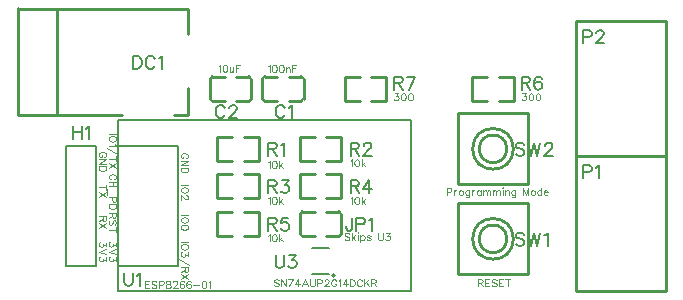
<source format=gto>
G04 Layer: TopSilkLayer*
G04 EasyEDA v6.3.53, 2020-07-05T11:12:03+02:00*
G04 cde15f3eeb0949078ea0d990088cac7f,f7dd187871414131b8e6a9aac608ee48,10*
G04 Gerber Generator version 0.2*
G04 Scale: 100 percent, Rotated: No, Reflected: No *
G04 Dimensions in millimeters *
G04 leading zeros omitted , absolute positions ,3 integer and 3 decimal *
%FSLAX33Y33*%
%MOMM*%
G90*
G71D02*

%ADD10C,0.254000*%
%ADD30C,0.200000*%
%ADD31C,0.127000*%
%ADD32C,0.203200*%
%ADD33C,0.202999*%
%ADD34C,0.076200*%
%ADD35C,0.152400*%

%LPD*%
G54D10*
G01X-3408Y23942D02*
G01X10999Y23942D01*
G01X-3408Y23950D02*
G01X-3408Y14950D01*
G01X-127Y23942D02*
G01X-127Y14942D01*
G01X10999Y23942D02*
G01X10999Y21762D01*
G01X10999Y17231D02*
G01X10999Y14950D01*
G01X-3408Y14950D02*
G01X5399Y14950D01*
G01X9839Y14950D02*
G01X10999Y14950D01*
G01X16355Y17945D02*
G01X16355Y16345D01*
G01X12854Y17945D02*
G01X12854Y16344D01*
G01X15104Y16104D02*
G01X16154Y16104D01*
G01X15104Y18185D02*
G01X16154Y18185D01*
G01X14105Y16104D02*
G01X13055Y16104D01*
G01X14105Y18185D02*
G01X13055Y18185D01*
G01X12854Y17964D02*
G01X12854Y17945D01*
G01X12854Y17984D02*
G01X12854Y17945D01*
G01X12854Y16305D02*
G01X12854Y16344D01*
G01X16355Y17984D02*
G01X16355Y17945D01*
G01X16355Y16305D02*
G01X16355Y16345D01*
G01X17299Y16344D02*
G01X17299Y17944D01*
G01X20800Y16344D02*
G01X20800Y17945D01*
G01X18550Y18185D02*
G01X17500Y18185D01*
G01X18550Y16104D02*
G01X17500Y16104D01*
G01X19549Y18185D02*
G01X20599Y18185D01*
G01X19549Y16104D02*
G01X20599Y16104D01*
G01X20800Y16325D02*
G01X20800Y16344D01*
G01X20800Y16305D02*
G01X20800Y16344D01*
G01X20800Y17984D02*
G01X20800Y17945D01*
G01X17299Y16305D02*
G01X17299Y16344D01*
G01X17299Y17984D02*
G01X17299Y17944D01*
G54D30*
G01X21525Y1440D02*
G01X22924Y1440D01*
G01X21525Y3639D02*
G01X22924Y3639D01*
G54D10*
G01X37329Y16125D02*
G01X38580Y16125D01*
G01X37329Y18164D02*
G01X38580Y18164D01*
G01X36330Y16125D02*
G01X35079Y16125D01*
G01X36330Y18164D02*
G01X35079Y18164D01*
G01X38580Y16125D02*
G01X38580Y18164D01*
G01X35079Y16125D02*
G01X35079Y18164D01*
G01X26534Y16125D02*
G01X27785Y16125D01*
G01X26534Y18164D02*
G01X27785Y18164D01*
G01X25535Y16125D02*
G01X24284Y16125D01*
G01X25535Y18164D02*
G01X24284Y18164D01*
G01X27785Y16125D02*
G01X27785Y18164D01*
G01X24284Y16125D02*
G01X24284Y18164D01*
G01X14740Y13084D02*
G01X13489Y13084D01*
G01X14740Y11045D02*
G01X13489Y11045D01*
G01X15739Y13084D02*
G01X16990Y13084D01*
G01X15739Y11045D02*
G01X16990Y11045D01*
G01X13489Y13084D02*
G01X13489Y11045D01*
G01X16990Y13084D02*
G01X16990Y11045D01*
G01X21725Y13084D02*
G01X20474Y13084D01*
G01X21725Y11045D02*
G01X20474Y11045D01*
G01X22724Y13084D02*
G01X23975Y13084D01*
G01X22724Y11045D02*
G01X23975Y11045D01*
G01X20474Y13084D02*
G01X20474Y11045D01*
G01X23975Y13084D02*
G01X23975Y11045D01*
G01X14740Y9909D02*
G01X13489Y9909D01*
G01X14740Y7870D02*
G01X13489Y7870D01*
G01X15739Y9909D02*
G01X16990Y9909D01*
G01X15739Y7870D02*
G01X16990Y7870D01*
G01X13489Y9909D02*
G01X13489Y7870D01*
G01X16990Y9909D02*
G01X16990Y7870D01*
G01X21725Y9909D02*
G01X20474Y9909D01*
G01X21725Y7870D02*
G01X20474Y7870D01*
G01X22724Y9909D02*
G01X23975Y9909D01*
G01X22724Y7870D02*
G01X23975Y7870D01*
G01X20474Y9909D02*
G01X20474Y7870D01*
G01X23975Y9909D02*
G01X23975Y7870D01*
G01X14740Y6734D02*
G01X13489Y6734D01*
G01X14740Y4695D02*
G01X13489Y4695D01*
G01X15739Y6734D02*
G01X16990Y6734D01*
G01X15739Y4695D02*
G01X16990Y4695D01*
G01X13489Y6734D02*
G01X13489Y4695D01*
G01X16990Y6734D02*
G01X16990Y4695D01*
G54D31*
G01X5080Y14478D02*
G01X5080Y0D01*
G01X5080Y14478D02*
G01X29845Y14478D01*
G01X5080Y0D02*
G01X29845Y0D01*
G01X29845Y14478D01*
G01X8128Y12319D02*
G01X9652Y12319D01*
G01X10160Y12319D01*
G01X10160Y11811D01*
G01X10160Y10287D01*
G01X10160Y9271D01*
G01X10160Y7747D01*
G01X10160Y6731D01*
G01X10160Y5207D01*
G01X10160Y4191D01*
G01X10160Y2667D01*
G01X10160Y2159D01*
G01X9652Y2159D01*
G01X8128Y2159D01*
G01X7112Y2159D01*
G01X5588Y2159D01*
G01X5080Y2159D01*
G01X5080Y2667D01*
G01X5080Y4191D01*
G01X5080Y5207D01*
G01X5080Y6731D01*
G01X5080Y7747D01*
G01X5080Y9271D01*
G01X5080Y10287D01*
G01X5080Y11811D01*
G01X5080Y12319D01*
G01X5588Y12319D01*
G01X7112Y12319D01*
G01X8128Y12319D01*
G01X8382Y12319D01*
G54D10*
G01X43815Y11430D02*
G01X43815Y0D01*
G01X51435Y0D01*
G01X51435Y11430D01*
G01X43815Y11430D01*
G01X43815Y22860D02*
G01X43815Y11430D01*
G01X51435Y11430D01*
G01X51435Y22860D01*
G01X43815Y22860D01*
G01X33830Y7444D02*
G01X39829Y7444D01*
G01X33830Y1445D02*
G01X39829Y1445D01*
G01X33830Y7444D02*
G01X33830Y1445D01*
G01X39829Y7444D02*
G01X39829Y1445D01*
G01X33830Y15064D02*
G01X39829Y15064D01*
G01X33830Y9065D02*
G01X39829Y9065D01*
G01X33830Y15064D02*
G01X33830Y9065D01*
G01X39829Y15064D02*
G01X39829Y9065D01*
G01X20474Y4914D02*
G01X20474Y6514D01*
G01X23975Y4914D02*
G01X23975Y6515D01*
G01X21725Y6755D02*
G01X20675Y6755D01*
G01X21725Y4674D02*
G01X20675Y4674D01*
G01X22724Y6755D02*
G01X23774Y6755D01*
G01X22724Y4674D02*
G01X23774Y4674D01*
G01X23975Y4895D02*
G01X23975Y4914D01*
G01X23975Y4875D02*
G01X23975Y4914D01*
G01X23975Y6554D02*
G01X23975Y6515D01*
G01X20474Y4875D02*
G01X20474Y4914D01*
G01X20474Y6554D02*
G01X20474Y6514D01*
G54D32*
G01X635Y12319D02*
G01X3175Y12319D01*
G01X3175Y2159D01*
G01X635Y2159D01*
G01X635Y4064D01*
G54D33*
G01X635Y12319D02*
G01X635Y4064D01*
G54D34*
G01X17780Y19067D02*
G01X17837Y19096D01*
G01X17924Y19182D01*
G01X17924Y18576D01*
G01X18288Y19182D02*
G01X18201Y19153D01*
G01X18143Y19067D01*
G01X18114Y18923D01*
G01X18114Y18836D01*
G01X18143Y18692D01*
G01X18201Y18605D01*
G01X18288Y18576D01*
G01X18345Y18576D01*
G01X18432Y18605D01*
G01X18490Y18692D01*
G01X18518Y18836D01*
G01X18518Y18923D01*
G01X18490Y19067D01*
G01X18432Y19153D01*
G01X18345Y19182D01*
G01X18288Y19182D01*
G01X18882Y19182D02*
G01X18796Y19153D01*
G01X18738Y19067D01*
G01X18709Y18923D01*
G01X18709Y18836D01*
G01X18738Y18692D01*
G01X18796Y18605D01*
G01X18882Y18576D01*
G01X18940Y18576D01*
G01X19026Y18605D01*
G01X19084Y18692D01*
G01X19113Y18836D01*
G01X19113Y18923D01*
G01X19084Y19067D01*
G01X19026Y19153D01*
G01X18940Y19182D01*
G01X18882Y19182D01*
G01X19304Y18980D02*
G01X19304Y18576D01*
G01X19304Y18865D02*
G01X19390Y18951D01*
G01X19448Y18980D01*
G01X19534Y18980D01*
G01X19592Y18951D01*
G01X19621Y18865D01*
G01X19621Y18576D01*
G01X19812Y19182D02*
G01X19812Y18576D01*
G01X19812Y19182D02*
G01X20187Y19182D01*
G01X19812Y18894D02*
G01X20042Y18894D01*
G01X13604Y19075D02*
G01X13662Y19103D01*
G01X13749Y19189D01*
G01X13749Y18585D01*
G01X14112Y19189D02*
G01X14025Y19161D01*
G01X13967Y19075D01*
G01X13939Y18930D01*
G01X13939Y18844D01*
G01X13967Y18699D01*
G01X14025Y18613D01*
G01X14112Y18585D01*
G01X14170Y18585D01*
G01X14257Y18613D01*
G01X14315Y18699D01*
G01X14343Y18844D01*
G01X14343Y18930D01*
G01X14315Y19075D01*
G01X14257Y19161D01*
G01X14170Y19189D01*
G01X14112Y19189D01*
G01X14533Y18989D02*
G01X14533Y18699D01*
G01X14561Y18613D01*
G01X14620Y18585D01*
G01X14706Y18585D01*
G01X14765Y18613D01*
G01X14851Y18699D01*
G01X14851Y18989D02*
G01X14851Y18585D01*
G01X15041Y19189D02*
G01X15041Y18585D01*
G01X15041Y19189D02*
G01X15417Y19189D01*
G01X15041Y18902D02*
G01X15273Y18902D01*
G01X17780Y10939D02*
G01X17838Y10967D01*
G01X17924Y11054D01*
G01X17924Y10449D01*
G01X18288Y11054D02*
G01X18201Y11026D01*
G01X18143Y10939D01*
G01X18115Y10795D01*
G01X18115Y10708D01*
G01X18143Y10563D01*
G01X18201Y10477D01*
G01X18288Y10449D01*
G01X18346Y10449D01*
G01X18432Y10477D01*
G01X18491Y10563D01*
G01X18519Y10708D01*
G01X18519Y10795D01*
G01X18491Y10939D01*
G01X18432Y11026D01*
G01X18346Y11054D01*
G01X18288Y11054D01*
G01X18709Y11054D02*
G01X18709Y10449D01*
G01X18999Y10853D02*
G01X18709Y10563D01*
G01X18823Y10680D02*
G01X19027Y10449D01*
G01X17780Y7891D02*
G01X17838Y7919D01*
G01X17924Y8006D01*
G01X17924Y7401D01*
G01X18288Y8006D02*
G01X18201Y7978D01*
G01X18143Y7891D01*
G01X18115Y7747D01*
G01X18115Y7660D01*
G01X18143Y7515D01*
G01X18201Y7429D01*
G01X18288Y7401D01*
G01X18346Y7401D01*
G01X18432Y7429D01*
G01X18491Y7515D01*
G01X18519Y7660D01*
G01X18519Y7747D01*
G01X18491Y7891D01*
G01X18432Y7978D01*
G01X18346Y8006D01*
G01X18288Y8006D01*
G01X18709Y8006D02*
G01X18709Y7401D01*
G01X18999Y7805D02*
G01X18709Y7515D01*
G01X18823Y7632D02*
G01X19027Y7401D01*
G01X17780Y4716D02*
G01X17838Y4744D01*
G01X17924Y4831D01*
G01X17924Y4226D01*
G01X18288Y4831D02*
G01X18201Y4803D01*
G01X18143Y4716D01*
G01X18115Y4572D01*
G01X18115Y4485D01*
G01X18143Y4340D01*
G01X18201Y4254D01*
G01X18288Y4226D01*
G01X18346Y4226D01*
G01X18432Y4254D01*
G01X18491Y4340D01*
G01X18519Y4485D01*
G01X18519Y4572D01*
G01X18491Y4716D01*
G01X18432Y4803D01*
G01X18346Y4831D01*
G01X18288Y4831D01*
G01X18709Y4831D02*
G01X18709Y4226D01*
G01X18999Y4630D02*
G01X18709Y4340D01*
G01X18823Y4457D02*
G01X19027Y4226D01*
G01X24765Y11066D02*
G01X24823Y11094D01*
G01X24909Y11181D01*
G01X24909Y10576D01*
G01X25273Y11181D02*
G01X25186Y11153D01*
G01X25128Y11066D01*
G01X25100Y10922D01*
G01X25100Y10835D01*
G01X25128Y10690D01*
G01X25186Y10604D01*
G01X25273Y10576D01*
G01X25331Y10576D01*
G01X25417Y10604D01*
G01X25476Y10690D01*
G01X25504Y10835D01*
G01X25504Y10922D01*
G01X25476Y11066D01*
G01X25417Y11153D01*
G01X25331Y11181D01*
G01X25273Y11181D01*
G01X25694Y11181D02*
G01X25694Y10576D01*
G01X25984Y10980D02*
G01X25694Y10690D01*
G01X25808Y10807D02*
G01X26012Y10576D01*
G01X24765Y7891D02*
G01X24823Y7919D01*
G01X24909Y8006D01*
G01X24909Y7401D01*
G01X25273Y8006D02*
G01X25186Y7978D01*
G01X25128Y7891D01*
G01X25100Y7747D01*
G01X25100Y7660D01*
G01X25128Y7515D01*
G01X25186Y7429D01*
G01X25273Y7401D01*
G01X25331Y7401D01*
G01X25417Y7429D01*
G01X25476Y7515D01*
G01X25504Y7660D01*
G01X25504Y7747D01*
G01X25476Y7891D01*
G01X25417Y7978D01*
G01X25331Y8006D01*
G01X25273Y8006D01*
G01X25694Y8006D02*
G01X25694Y7401D01*
G01X25984Y7805D02*
G01X25694Y7515D01*
G01X25808Y7632D02*
G01X26012Y7401D01*
G01X18690Y934D02*
G01X18634Y993D01*
G01X18548Y1021D01*
G01X18431Y1021D01*
G01X18345Y993D01*
G01X18286Y934D01*
G01X18286Y876D01*
G01X18317Y820D01*
G01X18345Y789D01*
G01X18403Y762D01*
G01X18576Y703D01*
G01X18634Y675D01*
G01X18662Y647D01*
G01X18690Y589D01*
G01X18690Y502D01*
G01X18634Y444D01*
G01X18548Y416D01*
G01X18431Y416D01*
G01X18345Y444D01*
G01X18286Y502D01*
G01X18881Y1021D02*
G01X18881Y416D01*
G01X18881Y1021D02*
G01X19287Y416D01*
G01X19287Y1021D02*
G01X19287Y416D01*
G01X19882Y1021D02*
G01X19592Y416D01*
G01X19478Y1021D02*
G01X19882Y1021D01*
G01X20359Y1021D02*
G01X20072Y617D01*
G01X20504Y617D01*
G01X20359Y1021D02*
G01X20359Y416D01*
G01X20926Y1021D02*
G01X20694Y416D01*
G01X20926Y1021D02*
G01X21157Y416D01*
G01X20781Y617D02*
G01X21070Y617D01*
G01X21347Y1021D02*
G01X21347Y589D01*
G01X21375Y502D01*
G01X21434Y444D01*
G01X21520Y416D01*
G01X21578Y416D01*
G01X21665Y444D01*
G01X21723Y502D01*
G01X21751Y589D01*
G01X21751Y1021D01*
G01X21942Y1021D02*
G01X21942Y416D01*
G01X21942Y1021D02*
G01X22201Y1021D01*
G01X22287Y993D01*
G01X22317Y965D01*
G01X22345Y906D01*
G01X22345Y820D01*
G01X22317Y762D01*
G01X22287Y734D01*
G01X22201Y703D01*
G01X21942Y703D01*
G01X22564Y876D02*
G01X22564Y906D01*
G01X22594Y965D01*
G01X22622Y993D01*
G01X22681Y1021D01*
G01X22795Y1021D01*
G01X22853Y993D01*
G01X22881Y965D01*
G01X22912Y906D01*
G01X22912Y848D01*
G01X22881Y789D01*
G01X22825Y703D01*
G01X22536Y416D01*
G01X22940Y416D01*
G01X23565Y876D02*
G01X23534Y934D01*
G01X23478Y993D01*
G01X23420Y1021D01*
G01X23303Y1021D01*
G01X23247Y993D01*
G01X23189Y934D01*
G01X23161Y876D01*
G01X23130Y789D01*
G01X23130Y647D01*
G01X23161Y558D01*
G01X23189Y502D01*
G01X23247Y444D01*
G01X23303Y416D01*
G01X23420Y416D01*
G01X23478Y444D01*
G01X23534Y502D01*
G01X23565Y558D01*
G01X23565Y647D01*
G01X23420Y647D02*
G01X23565Y647D01*
G01X23755Y906D02*
G01X23811Y934D01*
G01X23897Y1021D01*
G01X23897Y416D01*
G01X24377Y1021D02*
G01X24088Y617D01*
G01X24522Y617D01*
G01X24377Y1021D02*
G01X24377Y416D01*
G01X24713Y1021D02*
G01X24713Y416D01*
G01X24713Y1021D02*
G01X24913Y1021D01*
G01X25002Y993D01*
G01X25058Y934D01*
G01X25089Y876D01*
G01X25117Y789D01*
G01X25117Y647D01*
G01X25089Y558D01*
G01X25058Y502D01*
G01X25002Y444D01*
G01X24913Y416D01*
G01X24713Y416D01*
G01X25739Y876D02*
G01X25711Y934D01*
G01X25652Y993D01*
G01X25597Y1021D01*
G01X25480Y1021D01*
G01X25421Y993D01*
G01X25365Y934D01*
G01X25335Y876D01*
G01X25307Y789D01*
G01X25307Y647D01*
G01X25335Y558D01*
G01X25365Y502D01*
G01X25421Y444D01*
G01X25480Y416D01*
G01X25597Y416D01*
G01X25652Y444D01*
G01X25711Y502D01*
G01X25739Y558D01*
G01X25929Y1021D02*
G01X25929Y416D01*
G01X26336Y1021D02*
G01X25929Y617D01*
G01X26074Y762D02*
G01X26336Y416D01*
G01X26526Y1021D02*
G01X26526Y416D01*
G01X26526Y1021D02*
G01X26785Y1021D01*
G01X26872Y993D01*
G01X26900Y965D01*
G01X26930Y906D01*
G01X26930Y848D01*
G01X26900Y789D01*
G01X26872Y762D01*
G01X26785Y734D01*
G01X26526Y734D01*
G01X26727Y734D02*
G01X26930Y416D01*
G01X7366Y894D02*
G01X7366Y289D01*
G01X7366Y894D02*
G01X7741Y894D01*
G01X7366Y607D02*
G01X7597Y607D01*
G01X7366Y289D02*
G01X7741Y289D01*
G01X8336Y807D02*
G01X8277Y866D01*
G01X8191Y894D01*
G01X8077Y894D01*
G01X7988Y866D01*
G01X7932Y807D01*
G01X7932Y749D01*
G01X7960Y693D01*
G01X7988Y662D01*
G01X8046Y635D01*
G01X8219Y576D01*
G01X8277Y548D01*
G01X8305Y520D01*
G01X8336Y462D01*
G01X8336Y375D01*
G01X8277Y317D01*
G01X8191Y289D01*
G01X8077Y289D01*
G01X7988Y317D01*
G01X7932Y375D01*
G01X8526Y894D02*
G01X8526Y289D01*
G01X8526Y894D02*
G01X8785Y894D01*
G01X8872Y866D01*
G01X8902Y838D01*
G01X8930Y779D01*
G01X8930Y693D01*
G01X8902Y635D01*
G01X8872Y607D01*
G01X8785Y576D01*
G01X8526Y576D01*
G01X9265Y894D02*
G01X9179Y866D01*
G01X9149Y807D01*
G01X9149Y749D01*
G01X9179Y693D01*
G01X9235Y662D01*
G01X9352Y635D01*
G01X9438Y607D01*
G01X9497Y548D01*
G01X9525Y490D01*
G01X9525Y403D01*
G01X9497Y345D01*
G01X9466Y317D01*
G01X9380Y289D01*
G01X9265Y289D01*
G01X9179Y317D01*
G01X9149Y345D01*
G01X9121Y403D01*
G01X9121Y490D01*
G01X9149Y548D01*
G01X9207Y607D01*
G01X9293Y635D01*
G01X9410Y662D01*
G01X9466Y693D01*
G01X9497Y749D01*
G01X9497Y807D01*
G01X9466Y866D01*
G01X9380Y894D01*
G01X9265Y894D01*
G01X9743Y749D02*
G01X9743Y779D01*
G01X9773Y838D01*
G01X9801Y866D01*
G01X9860Y894D01*
G01X9974Y894D01*
G01X10033Y866D01*
G01X10060Y838D01*
G01X10091Y779D01*
G01X10091Y721D01*
G01X10060Y662D01*
G01X10005Y576D01*
G01X9715Y289D01*
G01X10119Y289D01*
G01X10655Y807D02*
G01X10627Y866D01*
G01X10541Y894D01*
G01X10482Y894D01*
G01X10396Y866D01*
G01X10337Y779D01*
G01X10309Y635D01*
G01X10309Y490D01*
G01X10337Y375D01*
G01X10396Y317D01*
G01X10482Y289D01*
G01X10513Y289D01*
G01X10599Y317D01*
G01X10655Y375D01*
G01X10685Y462D01*
G01X10685Y490D01*
G01X10655Y576D01*
G01X10599Y635D01*
G01X10513Y662D01*
G01X10482Y662D01*
G01X10396Y635D01*
G01X10337Y576D01*
G01X10309Y490D01*
G01X11221Y807D02*
G01X11193Y866D01*
G01X11107Y894D01*
G01X11049Y894D01*
G01X10962Y866D01*
G01X10904Y779D01*
G01X10876Y635D01*
G01X10876Y490D01*
G01X10904Y375D01*
G01X10962Y317D01*
G01X11049Y289D01*
G01X11076Y289D01*
G01X11163Y317D01*
G01X11221Y375D01*
G01X11252Y462D01*
G01X11252Y490D01*
G01X11221Y576D01*
G01X11163Y635D01*
G01X11076Y662D01*
G01X11049Y662D01*
G01X10962Y635D01*
G01X10904Y576D01*
G01X10876Y490D01*
G01X11442Y548D02*
G01X11960Y548D01*
G01X12324Y894D02*
G01X12237Y866D01*
G01X12179Y779D01*
G01X12151Y635D01*
G01X12151Y548D01*
G01X12179Y403D01*
G01X12237Y317D01*
G01X12324Y289D01*
G01X12382Y289D01*
G01X12468Y317D01*
G01X12527Y403D01*
G01X12555Y548D01*
G01X12555Y635D01*
G01X12527Y779D01*
G01X12468Y866D01*
G01X12382Y894D01*
G01X12324Y894D01*
G01X12745Y779D02*
G01X12804Y807D01*
G01X12890Y894D01*
G01X12890Y289D01*
G01X39301Y16769D02*
G01X39618Y16769D01*
G01X39446Y16537D01*
G01X39532Y16537D01*
G01X39588Y16510D01*
G01X39618Y16482D01*
G01X39646Y16395D01*
G01X39646Y16337D01*
G01X39618Y16250D01*
G01X39560Y16192D01*
G01X39474Y16164D01*
G01X39387Y16164D01*
G01X39301Y16192D01*
G01X39270Y16220D01*
G01X39243Y16278D01*
G01X40010Y16769D02*
G01X39923Y16741D01*
G01X39865Y16654D01*
G01X39837Y16510D01*
G01X39837Y16423D01*
G01X39865Y16278D01*
G01X39923Y16192D01*
G01X40010Y16164D01*
G01X40068Y16164D01*
G01X40154Y16192D01*
G01X40213Y16278D01*
G01X40241Y16423D01*
G01X40241Y16510D01*
G01X40213Y16654D01*
G01X40154Y16741D01*
G01X40068Y16769D01*
G01X40010Y16769D01*
G01X40604Y16769D02*
G01X40518Y16741D01*
G01X40462Y16654D01*
G01X40431Y16510D01*
G01X40431Y16423D01*
G01X40462Y16278D01*
G01X40518Y16192D01*
G01X40604Y16164D01*
G01X40662Y16164D01*
G01X40749Y16192D01*
G01X40807Y16278D01*
G01X40835Y16423D01*
G01X40835Y16510D01*
G01X40807Y16654D01*
G01X40749Y16741D01*
G01X40662Y16769D01*
G01X40604Y16769D01*
G01X28506Y16769D02*
G01X28823Y16769D01*
G01X28651Y16537D01*
G01X28737Y16537D01*
G01X28793Y16510D01*
G01X28823Y16482D01*
G01X28851Y16395D01*
G01X28851Y16337D01*
G01X28823Y16250D01*
G01X28765Y16192D01*
G01X28679Y16164D01*
G01X28592Y16164D01*
G01X28506Y16192D01*
G01X28475Y16220D01*
G01X28448Y16278D01*
G01X29215Y16769D02*
G01X29128Y16741D01*
G01X29070Y16654D01*
G01X29042Y16510D01*
G01X29042Y16423D01*
G01X29070Y16278D01*
G01X29128Y16192D01*
G01X29215Y16164D01*
G01X29273Y16164D01*
G01X29359Y16192D01*
G01X29418Y16278D01*
G01X29446Y16423D01*
G01X29446Y16510D01*
G01X29418Y16654D01*
G01X29359Y16741D01*
G01X29273Y16769D01*
G01X29215Y16769D01*
G01X29809Y16769D02*
G01X29723Y16741D01*
G01X29667Y16654D01*
G01X29636Y16510D01*
G01X29636Y16423D01*
G01X29667Y16278D01*
G01X29723Y16192D01*
G01X29809Y16164D01*
G01X29867Y16164D01*
G01X29954Y16192D01*
G01X30012Y16278D01*
G01X30040Y16423D01*
G01X30040Y16510D01*
G01X30012Y16654D01*
G01X29954Y16741D01*
G01X29867Y16769D01*
G01X29809Y16769D01*
G01X35560Y1021D02*
G01X35560Y416D01*
G01X35560Y1021D02*
G01X35819Y1021D01*
G01X35905Y993D01*
G01X35935Y965D01*
G01X35963Y906D01*
G01X35963Y848D01*
G01X35935Y789D01*
G01X35905Y762D01*
G01X35819Y734D01*
G01X35560Y734D01*
G01X35763Y734D02*
G01X35963Y416D01*
G01X36154Y1021D02*
G01X36154Y416D01*
G01X36154Y1021D02*
G01X36530Y1021D01*
G01X36154Y734D02*
G01X36385Y734D01*
G01X36154Y416D02*
G01X36530Y416D01*
G01X37124Y934D02*
G01X37066Y993D01*
G01X36979Y1021D01*
G01X36865Y1021D01*
G01X36779Y993D01*
G01X36720Y934D01*
G01X36720Y876D01*
G01X36748Y820D01*
G01X36779Y789D01*
G01X36835Y762D01*
G01X37007Y703D01*
G01X37066Y675D01*
G01X37096Y647D01*
G01X37124Y589D01*
G01X37124Y502D01*
G01X37066Y444D01*
G01X36979Y416D01*
G01X36865Y416D01*
G01X36779Y444D01*
G01X36720Y502D01*
G01X37315Y1021D02*
G01X37315Y416D01*
G01X37315Y1021D02*
G01X37691Y1021D01*
G01X37315Y734D02*
G01X37546Y734D01*
G01X37315Y416D02*
G01X37691Y416D01*
G01X38082Y1021D02*
G01X38082Y416D01*
G01X37881Y1021D02*
G01X38285Y1021D01*
G01X32893Y8768D02*
G01X32893Y8163D01*
G01X32893Y8768D02*
G01X33152Y8768D01*
G01X33238Y8740D01*
G01X33268Y8712D01*
G01X33296Y8653D01*
G01X33296Y8567D01*
G01X33268Y8509D01*
G01X33238Y8481D01*
G01X33152Y8450D01*
G01X32893Y8450D01*
G01X33487Y8567D02*
G01X33487Y8163D01*
G01X33487Y8394D02*
G01X33515Y8481D01*
G01X33573Y8536D01*
G01X33632Y8567D01*
G01X33718Y8567D01*
G01X34053Y8567D02*
G01X33995Y8536D01*
G01X33936Y8481D01*
G01X33909Y8394D01*
G01X33909Y8336D01*
G01X33936Y8249D01*
G01X33995Y8191D01*
G01X34053Y8163D01*
G01X34140Y8163D01*
G01X34198Y8191D01*
G01X34254Y8249D01*
G01X34284Y8336D01*
G01X34284Y8394D01*
G01X34254Y8481D01*
G01X34198Y8536D01*
G01X34140Y8567D01*
G01X34053Y8567D01*
G01X34820Y8567D02*
G01X34820Y8105D01*
G01X34792Y8018D01*
G01X34762Y7988D01*
G01X34706Y7960D01*
G01X34620Y7960D01*
G01X34561Y7988D01*
G01X34820Y8481D02*
G01X34762Y8536D01*
G01X34706Y8567D01*
G01X34620Y8567D01*
G01X34561Y8536D01*
G01X34503Y8481D01*
G01X34475Y8394D01*
G01X34475Y8336D01*
G01X34503Y8249D01*
G01X34561Y8191D01*
G01X34620Y8163D01*
G01X34706Y8163D01*
G01X34762Y8191D01*
G01X34820Y8249D01*
G01X35011Y8567D02*
G01X35011Y8163D01*
G01X35011Y8394D02*
G01X35039Y8481D01*
G01X35097Y8536D01*
G01X35156Y8567D01*
G01X35242Y8567D01*
G01X35778Y8567D02*
G01X35778Y8163D01*
G01X35778Y8481D02*
G01X35722Y8536D01*
G01X35664Y8567D01*
G01X35577Y8567D01*
G01X35519Y8536D01*
G01X35460Y8481D01*
G01X35433Y8394D01*
G01X35433Y8336D01*
G01X35460Y8249D01*
G01X35519Y8191D01*
G01X35577Y8163D01*
G01X35664Y8163D01*
G01X35722Y8191D01*
G01X35778Y8249D01*
G01X35968Y8567D02*
G01X35968Y8163D01*
G01X35968Y8450D02*
G01X36055Y8536D01*
G01X36113Y8567D01*
G01X36200Y8567D01*
G01X36258Y8536D01*
G01X36286Y8450D01*
G01X36286Y8163D01*
G01X36286Y8450D02*
G01X36372Y8536D01*
G01X36431Y8567D01*
G01X36517Y8567D01*
G01X36576Y8536D01*
G01X36603Y8450D01*
G01X36603Y8163D01*
G01X36794Y8567D02*
G01X36794Y8163D01*
G01X36794Y8450D02*
G01X36880Y8536D01*
G01X36939Y8567D01*
G01X37025Y8567D01*
G01X37084Y8536D01*
G01X37111Y8450D01*
G01X37111Y8163D01*
G01X37111Y8450D02*
G01X37198Y8536D01*
G01X37256Y8567D01*
G01X37343Y8567D01*
G01X37401Y8536D01*
G01X37429Y8450D01*
G01X37429Y8163D01*
G01X37619Y8768D02*
G01X37650Y8740D01*
G01X37678Y8768D01*
G01X37650Y8798D01*
G01X37619Y8768D01*
G01X37650Y8567D02*
G01X37650Y8163D01*
G01X37868Y8567D02*
G01X37868Y8163D01*
G01X37868Y8450D02*
G01X37955Y8536D01*
G01X38013Y8567D01*
G01X38100Y8567D01*
G01X38158Y8536D01*
G01X38186Y8450D01*
G01X38186Y8163D01*
G01X38722Y8567D02*
G01X38722Y8105D01*
G01X38694Y8018D01*
G01X38666Y7988D01*
G01X38608Y7960D01*
G01X38521Y7960D01*
G01X38463Y7988D01*
G01X38722Y8481D02*
G01X38666Y8536D01*
G01X38608Y8567D01*
G01X38521Y8567D01*
G01X38463Y8536D01*
G01X38404Y8481D01*
G01X38376Y8394D01*
G01X38376Y8336D01*
G01X38404Y8249D01*
G01X38463Y8191D01*
G01X38521Y8163D01*
G01X38608Y8163D01*
G01X38666Y8191D01*
G01X38722Y8249D01*
G01X39357Y8768D02*
G01X39357Y8163D01*
G01X39357Y8768D02*
G01X39588Y8163D01*
G01X39819Y8768D02*
G01X39588Y8163D01*
G01X39819Y8768D02*
G01X39819Y8163D01*
G01X40154Y8567D02*
G01X40096Y8536D01*
G01X40040Y8481D01*
G01X40010Y8394D01*
G01X40010Y8336D01*
G01X40040Y8249D01*
G01X40096Y8191D01*
G01X40154Y8163D01*
G01X40241Y8163D01*
G01X40299Y8191D01*
G01X40358Y8249D01*
G01X40386Y8336D01*
G01X40386Y8394D01*
G01X40358Y8481D01*
G01X40299Y8536D01*
G01X40241Y8567D01*
G01X40154Y8567D01*
G01X40921Y8768D02*
G01X40921Y8163D01*
G01X40921Y8481D02*
G01X40866Y8536D01*
G01X40807Y8567D01*
G01X40721Y8567D01*
G01X40662Y8536D01*
G01X40604Y8481D01*
G01X40576Y8394D01*
G01X40576Y8336D01*
G01X40604Y8249D01*
G01X40662Y8191D01*
G01X40721Y8163D01*
G01X40807Y8163D01*
G01X40866Y8191D01*
G01X40921Y8249D01*
G01X41112Y8394D02*
G01X41460Y8394D01*
G01X41460Y8450D01*
G01X41429Y8509D01*
G01X41402Y8536D01*
G01X41343Y8567D01*
G01X41257Y8567D01*
G01X41198Y8536D01*
G01X41142Y8481D01*
G01X41112Y8394D01*
G01X41112Y8336D01*
G01X41142Y8249D01*
G01X41198Y8191D01*
G01X41257Y8163D01*
G01X41343Y8163D01*
G01X41402Y8191D01*
G01X41460Y8249D01*
G01X24660Y4871D02*
G01X24602Y4930D01*
G01X24516Y4958D01*
G01X24401Y4958D01*
G01X24315Y4930D01*
G01X24257Y4871D01*
G01X24257Y4813D01*
G01X24284Y4757D01*
G01X24315Y4726D01*
G01X24371Y4699D01*
G01X24546Y4640D01*
G01X24602Y4612D01*
G01X24632Y4584D01*
G01X24660Y4526D01*
G01X24660Y4439D01*
G01X24602Y4381D01*
G01X24516Y4353D01*
G01X24401Y4353D01*
G01X24315Y4381D01*
G01X24257Y4439D01*
G01X24851Y4958D02*
G01X24851Y4353D01*
G01X25140Y4757D02*
G01X24851Y4467D01*
G01X24968Y4584D02*
G01X25168Y4353D01*
G01X25359Y4958D02*
G01X25387Y4930D01*
G01X25417Y4958D01*
G01X25387Y4988D01*
G01X25359Y4958D01*
G01X25387Y4757D02*
G01X25387Y4353D01*
G01X25608Y4757D02*
G01X25608Y4150D01*
G01X25608Y4671D02*
G01X25666Y4726D01*
G01X25722Y4757D01*
G01X25808Y4757D01*
G01X25867Y4726D01*
G01X25925Y4671D01*
G01X25953Y4584D01*
G01X25953Y4526D01*
G01X25925Y4439D01*
G01X25867Y4381D01*
G01X25808Y4353D01*
G01X25722Y4353D01*
G01X25666Y4381D01*
G01X25608Y4439D01*
G01X26461Y4671D02*
G01X26433Y4726D01*
G01X26347Y4757D01*
G01X26261Y4757D01*
G01X26174Y4726D01*
G01X26144Y4671D01*
G01X26174Y4612D01*
G01X26230Y4584D01*
G01X26375Y4554D01*
G01X26433Y4526D01*
G01X26461Y4467D01*
G01X26461Y4439D01*
G01X26433Y4381D01*
G01X26347Y4353D01*
G01X26261Y4353D01*
G01X26174Y4381D01*
G01X26144Y4439D01*
G01X27096Y4958D02*
G01X27096Y4526D01*
G01X27127Y4439D01*
G01X27183Y4381D01*
G01X27269Y4353D01*
G01X27327Y4353D01*
G01X27414Y4381D01*
G01X27472Y4439D01*
G01X27500Y4526D01*
G01X27500Y4958D01*
G01X27749Y4958D02*
G01X28067Y4958D01*
G01X27894Y4726D01*
G01X27980Y4726D01*
G01X28039Y4699D01*
G01X28067Y4671D01*
G01X28094Y4584D01*
G01X28094Y4526D01*
G01X28067Y4439D01*
G01X28008Y4381D01*
G01X27922Y4353D01*
G01X27835Y4353D01*
G01X27749Y4381D01*
G01X27721Y4409D01*
G01X27691Y4467D01*
G01X3924Y11379D02*
G01X3982Y11407D01*
G01X4041Y11465D01*
G01X4069Y11521D01*
G01X4069Y11638D01*
G01X4041Y11696D01*
G01X3982Y11752D01*
G01X3924Y11783D01*
G01X3837Y11811D01*
G01X3695Y11811D01*
G01X3606Y11783D01*
G01X3550Y11752D01*
G01X3492Y11696D01*
G01X3464Y11638D01*
G01X3464Y11521D01*
G01X3492Y11465D01*
G01X3550Y11407D01*
G01X3606Y11379D01*
G01X3695Y11379D01*
G01X3695Y11521D02*
G01X3695Y11379D01*
G01X4069Y11188D02*
G01X3464Y11188D01*
G01X4069Y11188D02*
G01X3464Y10782D01*
G01X4069Y10782D02*
G01X3464Y10782D01*
G01X4069Y10591D02*
G01X3464Y10591D01*
G01X4069Y10591D02*
G01X4069Y10391D01*
G01X4041Y10304D01*
G01X3982Y10246D01*
G01X3924Y10218D01*
G01X3837Y10187D01*
G01X3695Y10187D01*
G01X3606Y10218D01*
G01X3550Y10246D01*
G01X3492Y10304D01*
G01X3464Y10391D01*
G01X3464Y10591D01*
G01X4069Y4132D02*
G01X4069Y3815D01*
G01X3837Y3987D01*
G01X3837Y3901D01*
G01X3810Y3845D01*
G01X3782Y3815D01*
G01X3695Y3787D01*
G01X3637Y3787D01*
G01X3550Y3815D01*
G01X3492Y3873D01*
G01X3464Y3959D01*
G01X3464Y4046D01*
G01X3492Y4132D01*
G01X3520Y4163D01*
G01X3578Y4191D01*
G01X4069Y3596D02*
G01X3464Y3365D01*
G01X4069Y3134D02*
G01X3464Y3365D01*
G01X4069Y2885D02*
G01X4069Y2567D01*
G01X3837Y2743D01*
G01X3837Y2654D01*
G01X3810Y2598D01*
G01X3782Y2567D01*
G01X3695Y2540D01*
G01X3637Y2540D01*
G01X3550Y2567D01*
G01X3492Y2626D01*
G01X3464Y2712D01*
G01X3464Y2799D01*
G01X3492Y2885D01*
G01X3520Y2915D01*
G01X3578Y2943D01*
G01X4069Y8813D02*
G01X3464Y8813D01*
G01X4069Y9017D02*
G01X4069Y8613D01*
G01X4069Y8422D02*
G01X3464Y8018D01*
G01X4069Y8018D02*
G01X3464Y8422D01*
G01X4069Y6350D02*
G01X3464Y6350D01*
G01X4069Y6350D02*
G01X4069Y6090D01*
G01X4041Y6004D01*
G01X4013Y5974D01*
G01X3954Y5946D01*
G01X3896Y5946D01*
G01X3837Y5974D01*
G01X3810Y6004D01*
G01X3782Y6090D01*
G01X3782Y6350D01*
G01X3782Y6146D02*
G01X3464Y5946D01*
G01X4069Y5755D02*
G01X3464Y5351D01*
G01X4069Y5351D02*
G01X3464Y5755D01*
G54D35*
G01X6349Y19949D02*
G01X6349Y18857D01*
G01X6349Y19949D02*
G01X6712Y19949D01*
G01X6870Y19896D01*
G01X6974Y19794D01*
G01X7025Y19690D01*
G01X7076Y19533D01*
G01X7076Y19274D01*
G01X7025Y19119D01*
G01X6974Y19014D01*
G01X6870Y18910D01*
G01X6712Y18857D01*
G01X6349Y18857D01*
G01X8198Y19690D02*
G01X8148Y19794D01*
G01X8043Y19896D01*
G01X7939Y19949D01*
G01X7731Y19949D01*
G01X7627Y19896D01*
G01X7523Y19794D01*
G01X7472Y19690D01*
G01X7419Y19533D01*
G01X7419Y19274D01*
G01X7472Y19119D01*
G01X7523Y19014D01*
G01X7627Y18910D01*
G01X7731Y18857D01*
G01X7939Y18857D01*
G01X8043Y18910D01*
G01X8148Y19014D01*
G01X8198Y19119D01*
G01X8541Y19741D02*
G01X8645Y19794D01*
G01X8803Y19949D01*
G01X8803Y18857D01*
G01X14114Y15499D02*
G01X14063Y15603D01*
G01X13959Y15707D01*
G01X13854Y15758D01*
G01X13646Y15758D01*
G01X13542Y15707D01*
G01X13438Y15603D01*
G01X13387Y15499D01*
G01X13334Y15341D01*
G01X13334Y15082D01*
G01X13387Y14927D01*
G01X13438Y14823D01*
G01X13542Y14719D01*
G01X13646Y14668D01*
G01X13854Y14668D01*
G01X13959Y14719D01*
G01X14063Y14823D01*
G01X14114Y14927D01*
G01X14510Y15499D02*
G01X14510Y15549D01*
G01X14561Y15654D01*
G01X14611Y15707D01*
G01X14715Y15758D01*
G01X14924Y15758D01*
G01X15028Y15707D01*
G01X15081Y15654D01*
G01X15132Y15549D01*
G01X15132Y15445D01*
G01X15081Y15341D01*
G01X14977Y15186D01*
G01X14456Y14668D01*
G01X15183Y14668D01*
G01X19194Y15499D02*
G01X19143Y15603D01*
G01X19039Y15707D01*
G01X18934Y15758D01*
G01X18726Y15758D01*
G01X18622Y15707D01*
G01X18518Y15603D01*
G01X18467Y15499D01*
G01X18414Y15341D01*
G01X18414Y15082D01*
G01X18467Y14927D01*
G01X18518Y14823D01*
G01X18622Y14719D01*
G01X18726Y14668D01*
G01X18934Y14668D01*
G01X19039Y14719D01*
G01X19143Y14823D01*
G01X19194Y14927D01*
G01X19536Y15549D02*
G01X19641Y15603D01*
G01X19795Y15758D01*
G01X19795Y14668D01*
G01X18415Y3058D02*
G01X18415Y2278D01*
G01X18466Y2123D01*
G01X18570Y2019D01*
G01X18727Y1968D01*
G01X18831Y1968D01*
G01X18986Y2019D01*
G01X19090Y2123D01*
G01X19141Y2278D01*
G01X19141Y3058D01*
G01X19588Y3058D02*
G01X20160Y3058D01*
G01X19847Y2641D01*
G01X20005Y2641D01*
G01X20109Y2590D01*
G01X20160Y2540D01*
G01X20213Y2382D01*
G01X20213Y2278D01*
G01X20160Y2123D01*
G01X20056Y2019D01*
G01X19901Y1968D01*
G01X19746Y1968D01*
G01X19588Y2019D01*
G01X19537Y2070D01*
G01X19484Y2174D01*
G01X39242Y18171D02*
G01X39242Y17081D01*
G01X39242Y18171D02*
G01X39709Y18171D01*
G01X39867Y18120D01*
G01X39917Y18067D01*
G01X39971Y17962D01*
G01X39971Y17858D01*
G01X39917Y17754D01*
G01X39867Y17703D01*
G01X39709Y17653D01*
G01X39242Y17653D01*
G01X39605Y17653D02*
G01X39971Y17081D01*
G01X40936Y18016D02*
G01X40885Y18120D01*
G01X40728Y18171D01*
G01X40623Y18171D01*
G01X40469Y18120D01*
G01X40364Y17962D01*
G01X40314Y17703D01*
G01X40314Y17444D01*
G01X40364Y17236D01*
G01X40469Y17132D01*
G01X40623Y17081D01*
G01X40677Y17081D01*
G01X40832Y17132D01*
G01X40936Y17236D01*
G01X40989Y17391D01*
G01X40989Y17444D01*
G01X40936Y17599D01*
G01X40832Y17703D01*
G01X40677Y17754D01*
G01X40623Y17754D01*
G01X40469Y17703D01*
G01X40364Y17599D01*
G01X40314Y17444D01*
G01X28447Y18171D02*
G01X28447Y17081D01*
G01X28447Y18171D02*
G01X28914Y18171D01*
G01X29072Y18120D01*
G01X29122Y18067D01*
G01X29176Y17962D01*
G01X29176Y17858D01*
G01X29122Y17754D01*
G01X29072Y17703D01*
G01X28914Y17653D01*
G01X28447Y17653D01*
G01X28810Y17653D02*
G01X29176Y17081D01*
G01X30245Y18171D02*
G01X29724Y17081D01*
G01X29519Y18171D02*
G01X30245Y18171D01*
G01X17779Y12583D02*
G01X17779Y11493D01*
G01X17779Y12583D02*
G01X18246Y12583D01*
G01X18404Y12532D01*
G01X18454Y12479D01*
G01X18508Y12374D01*
G01X18508Y12270D01*
G01X18454Y12166D01*
G01X18404Y12115D01*
G01X18246Y12065D01*
G01X17779Y12065D01*
G01X18142Y12065D02*
G01X18508Y11493D01*
G01X18851Y12374D02*
G01X18955Y12428D01*
G01X19110Y12583D01*
G01X19110Y11493D01*
G01X24764Y12583D02*
G01X24764Y11493D01*
G01X24764Y12583D02*
G01X25231Y12583D01*
G01X25389Y12532D01*
G01X25439Y12479D01*
G01X25493Y12374D01*
G01X25493Y12270D01*
G01X25439Y12166D01*
G01X25389Y12115D01*
G01X25231Y12065D01*
G01X24764Y12065D01*
G01X25127Y12065D02*
G01X25493Y11493D01*
G01X25886Y12324D02*
G01X25886Y12374D01*
G01X25940Y12479D01*
G01X25991Y12532D01*
G01X26095Y12583D01*
G01X26303Y12583D01*
G01X26407Y12532D01*
G01X26458Y12479D01*
G01X26511Y12374D01*
G01X26511Y12270D01*
G01X26458Y12166D01*
G01X26354Y12011D01*
G01X25836Y11493D01*
G01X26562Y11493D01*
G01X17779Y9408D02*
G01X17779Y8318D01*
G01X17779Y9408D02*
G01X18246Y9408D01*
G01X18404Y9357D01*
G01X18454Y9304D01*
G01X18508Y9199D01*
G01X18508Y9095D01*
G01X18454Y8991D01*
G01X18404Y8940D01*
G01X18246Y8890D01*
G01X17779Y8890D01*
G01X18142Y8890D02*
G01X18508Y8318D01*
G01X18955Y9408D02*
G01X19526Y9408D01*
G01X19214Y8991D01*
G01X19369Y8991D01*
G01X19473Y8940D01*
G01X19526Y8890D01*
G01X19577Y8732D01*
G01X19577Y8628D01*
G01X19526Y8473D01*
G01X19422Y8369D01*
G01X19265Y8318D01*
G01X19110Y8318D01*
G01X18955Y8369D01*
G01X18901Y8420D01*
G01X18851Y8524D01*
G01X24764Y9408D02*
G01X24764Y8318D01*
G01X24764Y9408D02*
G01X25231Y9408D01*
G01X25389Y9357D01*
G01X25439Y9304D01*
G01X25493Y9199D01*
G01X25493Y9095D01*
G01X25439Y8991D01*
G01X25389Y8940D01*
G01X25231Y8890D01*
G01X24764Y8890D01*
G01X25127Y8890D02*
G01X25493Y8318D01*
G01X26354Y9408D02*
G01X25836Y8681D01*
G01X26613Y8681D01*
G01X26354Y9408D02*
G01X26354Y8318D01*
G01X17779Y6233D02*
G01X17779Y5143D01*
G01X17779Y6233D02*
G01X18246Y6233D01*
G01X18404Y6182D01*
G01X18454Y6129D01*
G01X18508Y6024D01*
G01X18508Y5920D01*
G01X18454Y5816D01*
G01X18404Y5765D01*
G01X18246Y5715D01*
G01X17779Y5715D01*
G01X18142Y5715D02*
G01X18508Y5143D01*
G01X19473Y6233D02*
G01X18955Y6233D01*
G01X18901Y5765D01*
G01X18955Y5816D01*
G01X19110Y5869D01*
G01X19265Y5869D01*
G01X19422Y5816D01*
G01X19526Y5715D01*
G01X19577Y5557D01*
G01X19577Y5453D01*
G01X19526Y5298D01*
G01X19422Y5194D01*
G01X19265Y5143D01*
G01X19110Y5143D01*
G01X18955Y5194D01*
G01X18901Y5245D01*
G01X18851Y5349D01*
G01X5588Y1534D02*
G01X5588Y754D01*
G01X5638Y599D01*
G01X5742Y495D01*
G01X5900Y444D01*
G01X6004Y444D01*
G01X6159Y495D01*
G01X6263Y599D01*
G01X6314Y754D01*
G01X6314Y1534D01*
G01X6657Y1325D02*
G01X6761Y1379D01*
G01X6918Y1534D01*
G01X6918Y444D01*
G54D34*
G01X10848Y11264D02*
G01X10904Y11292D01*
G01X10962Y11351D01*
G01X10990Y11409D01*
G01X10990Y11523D01*
G01X10962Y11582D01*
G01X10904Y11640D01*
G01X10848Y11668D01*
G01X10759Y11696D01*
G01X10617Y11696D01*
G01X10530Y11668D01*
G01X10472Y11640D01*
G01X10414Y11582D01*
G01X10386Y11523D01*
G01X10386Y11409D01*
G01X10414Y11351D01*
G01X10472Y11292D01*
G01X10530Y11264D01*
G01X10617Y11264D01*
G01X10617Y11409D02*
G01X10617Y11264D01*
G01X10990Y11074D02*
G01X10386Y11074D01*
G01X10990Y11074D02*
G01X10386Y10670D01*
G01X10990Y10670D02*
G01X10386Y10670D01*
G01X10990Y10480D02*
G01X10386Y10480D01*
G01X10990Y10480D02*
G01X10990Y10276D01*
G01X10962Y10190D01*
G01X10904Y10134D01*
G01X10848Y10104D01*
G01X10759Y10076D01*
G01X10617Y10076D01*
G01X10530Y10104D01*
G01X10472Y10134D01*
G01X10414Y10190D01*
G01X10386Y10276D01*
G01X10386Y10480D01*
G01X11013Y9006D02*
G01X10408Y9006D01*
G01X11013Y8643D02*
G01X10985Y8702D01*
G01X10927Y8760D01*
G01X10871Y8788D01*
G01X10782Y8816D01*
G01X10640Y8816D01*
G01X10553Y8788D01*
G01X10495Y8760D01*
G01X10436Y8702D01*
G01X10408Y8643D01*
G01X10408Y8529D01*
G01X10436Y8470D01*
G01X10495Y8412D01*
G01X10553Y8384D01*
G01X10640Y8356D01*
G01X10782Y8356D01*
G01X10871Y8384D01*
G01X10927Y8412D01*
G01X10985Y8470D01*
G01X11013Y8529D01*
G01X11013Y8643D01*
G01X10871Y8135D02*
G01X10899Y8135D01*
G01X10957Y8107D01*
G01X10985Y8079D01*
G01X11013Y8021D01*
G01X11013Y7904D01*
G01X10985Y7848D01*
G01X10957Y7818D01*
G01X10899Y7790D01*
G01X10840Y7790D01*
G01X10782Y7818D01*
G01X10695Y7876D01*
G01X10408Y8166D01*
G01X10408Y7762D01*
G01X11013Y6466D02*
G01X10408Y6466D01*
G01X11013Y6103D02*
G01X10985Y6162D01*
G01X10927Y6220D01*
G01X10871Y6248D01*
G01X10782Y6276D01*
G01X10640Y6276D01*
G01X10553Y6248D01*
G01X10495Y6220D01*
G01X10436Y6162D01*
G01X10408Y6103D01*
G01X10408Y5989D01*
G01X10436Y5930D01*
G01X10495Y5872D01*
G01X10553Y5844D01*
G01X10640Y5816D01*
G01X10782Y5816D01*
G01X10871Y5844D01*
G01X10927Y5872D01*
G01X10985Y5930D01*
G01X11013Y5989D01*
G01X11013Y6103D01*
G01X11013Y5450D02*
G01X10985Y5539D01*
G01X10899Y5595D01*
G01X10754Y5626D01*
G01X10668Y5626D01*
G01X10523Y5595D01*
G01X10436Y5539D01*
G01X10408Y5450D01*
G01X10408Y5394D01*
G01X10436Y5308D01*
G01X10523Y5250D01*
G01X10668Y5222D01*
G01X10754Y5222D01*
G01X10899Y5250D01*
G01X10985Y5308D01*
G01X11013Y5394D01*
G01X11013Y5450D01*
G01X11013Y4191D02*
G01X10408Y4191D01*
G01X11013Y3827D02*
G01X10985Y3886D01*
G01X10927Y3942D01*
G01X10871Y3972D01*
G01X10782Y4000D01*
G01X10640Y4000D01*
G01X10553Y3972D01*
G01X10495Y3942D01*
G01X10436Y3886D01*
G01X10408Y3827D01*
G01X10408Y3710D01*
G01X10436Y3655D01*
G01X10495Y3596D01*
G01X10553Y3568D01*
G01X10640Y3538D01*
G01X10782Y3538D01*
G01X10871Y3568D01*
G01X10927Y3596D01*
G01X10985Y3655D01*
G01X11013Y3710D01*
G01X11013Y3827D01*
G01X11013Y3289D02*
G01X11013Y2971D01*
G01X10782Y3147D01*
G01X10782Y3060D01*
G01X10754Y3002D01*
G01X10726Y2971D01*
G01X10640Y2943D01*
G01X10581Y2943D01*
G01X10495Y2971D01*
G01X10436Y3030D01*
G01X10408Y3116D01*
G01X10408Y3202D01*
G01X10436Y3289D01*
G01X10464Y3319D01*
G01X10523Y3347D01*
G01X11130Y2235D02*
G01X10205Y2753D01*
G01X11013Y2044D02*
G01X10408Y2044D01*
G01X11013Y2044D02*
G01X11013Y1783D01*
G01X10985Y1696D01*
G01X10957Y1668D01*
G01X10899Y1638D01*
G01X10840Y1638D01*
G01X10782Y1668D01*
G01X10754Y1696D01*
G01X10726Y1783D01*
G01X10726Y2044D01*
G01X10726Y1841D02*
G01X10408Y1638D01*
G01X11013Y1447D02*
G01X10408Y1043D01*
G01X11013Y1043D02*
G01X10408Y1447D01*
G01X4917Y13335D02*
G01X4312Y13335D01*
G01X4917Y12971D02*
G01X4889Y13030D01*
G01X4831Y13086D01*
G01X4775Y13116D01*
G01X4686Y13144D01*
G01X4544Y13144D01*
G01X4457Y13116D01*
G01X4399Y13086D01*
G01X4340Y13030D01*
G01X4312Y12971D01*
G01X4312Y12854D01*
G01X4340Y12799D01*
G01X4399Y12740D01*
G01X4457Y12712D01*
G01X4544Y12682D01*
G01X4686Y12682D01*
G01X4775Y12712D01*
G01X4831Y12740D01*
G01X4889Y12799D01*
G01X4917Y12854D01*
G01X4917Y12971D01*
G01X4803Y12491D02*
G01X4831Y12433D01*
G01X4917Y12346D01*
G01X4312Y12346D01*
G01X5034Y11638D02*
G01X4109Y12156D01*
G01X4917Y11244D02*
G01X4312Y11244D01*
G01X4917Y11447D02*
G01X4917Y11043D01*
G01X4917Y10853D02*
G01X4312Y10449D01*
G01X4917Y10449D02*
G01X4312Y10853D01*
G01X4884Y6606D02*
G01X4277Y6606D01*
G01X4884Y6606D02*
G01X4884Y6347D01*
G01X4853Y6261D01*
G01X4826Y6230D01*
G01X4767Y6202D01*
G01X4711Y6202D01*
G01X4653Y6230D01*
G01X4625Y6261D01*
G01X4594Y6347D01*
G01X4594Y6606D01*
G01X4594Y6403D02*
G01X4277Y6202D01*
G01X4798Y5608D02*
G01X4853Y5666D01*
G01X4884Y5753D01*
G01X4884Y5867D01*
G01X4853Y5953D01*
G01X4798Y6012D01*
G01X4739Y6012D01*
G01X4681Y5984D01*
G01X4653Y5953D01*
G01X4625Y5895D01*
G01X4566Y5722D01*
G01X4536Y5666D01*
G01X4508Y5636D01*
G01X4450Y5608D01*
G01X4363Y5608D01*
G01X4307Y5666D01*
G01X4277Y5753D01*
G01X4277Y5867D01*
G01X4307Y5953D01*
G01X4363Y6012D01*
G01X4884Y5214D02*
G01X4277Y5214D01*
G01X4884Y5417D02*
G01X4884Y5013D01*
G01X4775Y9474D02*
G01X4831Y9502D01*
G01X4889Y9560D01*
G01X4917Y9616D01*
G01X4917Y9733D01*
G01X4889Y9791D01*
G01X4831Y9847D01*
G01X4775Y9878D01*
G01X4686Y9906D01*
G01X4544Y9906D01*
G01X4457Y9878D01*
G01X4399Y9847D01*
G01X4340Y9791D01*
G01X4312Y9733D01*
G01X4312Y9616D01*
G01X4340Y9560D01*
G01X4399Y9502D01*
G01X4457Y9474D01*
G01X4917Y9283D02*
G01X4312Y9283D01*
G01X4917Y8877D02*
G01X4312Y8877D01*
G01X4630Y9283D02*
G01X4630Y8877D01*
G01X4109Y8686D02*
G01X4109Y8168D01*
G01X4917Y7978D02*
G01X4312Y7978D01*
G01X4917Y7978D02*
G01X4917Y7719D01*
G01X4889Y7632D01*
G01X4861Y7602D01*
G01X4803Y7574D01*
G01X4716Y7574D01*
G01X4658Y7602D01*
G01X4630Y7632D01*
G01X4599Y7719D01*
G01X4599Y7978D01*
G01X4917Y7383D02*
G01X4312Y7383D01*
G01X4917Y7383D02*
G01X4917Y7180D01*
G01X4889Y7094D01*
G01X4831Y7035D01*
G01X4775Y7007D01*
G01X4686Y6979D01*
G01X4544Y6979D01*
G01X4457Y7007D01*
G01X4399Y7035D01*
G01X4340Y7094D01*
G01X4312Y7180D01*
G01X4312Y7383D01*
G01X4894Y4132D02*
G01X4894Y3815D01*
G01X4663Y3987D01*
G01X4663Y3901D01*
G01X4635Y3845D01*
G01X4607Y3815D01*
G01X4521Y3787D01*
G01X4462Y3787D01*
G01X4376Y3815D01*
G01X4318Y3873D01*
G01X4290Y3959D01*
G01X4290Y4046D01*
G01X4318Y4132D01*
G01X4345Y4163D01*
G01X4404Y4191D01*
G01X4894Y3596D02*
G01X4290Y3365D01*
G01X4894Y3134D02*
G01X4290Y3365D01*
G01X4894Y2885D02*
G01X4894Y2567D01*
G01X4663Y2743D01*
G01X4663Y2654D01*
G01X4635Y2598D01*
G01X4607Y2567D01*
G01X4521Y2540D01*
G01X4462Y2540D01*
G01X4376Y2567D01*
G01X4318Y2626D01*
G01X4290Y2712D01*
G01X4290Y2799D01*
G01X4318Y2885D01*
G01X4345Y2915D01*
G01X4404Y2943D01*
G54D35*
G01X44450Y10678D02*
G01X44450Y9588D01*
G01X44450Y10678D02*
G01X44917Y10678D01*
G01X45072Y10627D01*
G01X45125Y10574D01*
G01X45176Y10469D01*
G01X45176Y10314D01*
G01X45125Y10210D01*
G01X45072Y10160D01*
G01X44917Y10106D01*
G01X44450Y10106D01*
G01X45519Y10469D02*
G01X45623Y10523D01*
G01X45780Y10678D01*
G01X45780Y9588D01*
G01X44450Y22108D02*
G01X44450Y21018D01*
G01X44450Y22108D02*
G01X44917Y22108D01*
G01X45072Y22057D01*
G01X45125Y22004D01*
G01X45176Y21899D01*
G01X45176Y21744D01*
G01X45125Y21640D01*
G01X45072Y21590D01*
G01X44917Y21536D01*
G01X44450Y21536D01*
G01X45572Y21849D02*
G01X45572Y21899D01*
G01X45623Y22004D01*
G01X45676Y22057D01*
G01X45780Y22108D01*
G01X45986Y22108D01*
G01X46090Y22057D01*
G01X46144Y22004D01*
G01X46194Y21899D01*
G01X46194Y21795D01*
G01X46144Y21691D01*
G01X46040Y21536D01*
G01X45519Y21018D01*
G01X46248Y21018D01*
G01X39461Y4808D02*
G01X39357Y4912D01*
G01X39202Y4963D01*
G01X38994Y4963D01*
G01X38839Y4912D01*
G01X38735Y4808D01*
G01X38735Y4704D01*
G01X38785Y4599D01*
G01X38839Y4546D01*
G01X38943Y4495D01*
G01X39255Y4391D01*
G01X39357Y4340D01*
G01X39410Y4287D01*
G01X39461Y4183D01*
G01X39461Y4028D01*
G01X39357Y3924D01*
G01X39202Y3873D01*
G01X38994Y3873D01*
G01X38839Y3924D01*
G01X38735Y4028D01*
G01X39804Y4963D02*
G01X40065Y3873D01*
G01X40325Y4963D02*
G01X40065Y3873D01*
G01X40325Y4963D02*
G01X40584Y3873D01*
G01X40843Y4963D02*
G01X40584Y3873D01*
G01X41186Y4754D02*
G01X41290Y4808D01*
G01X41447Y4963D01*
G01X41447Y3873D01*
G01X39461Y12428D02*
G01X39357Y12532D01*
G01X39202Y12583D01*
G01X38994Y12583D01*
G01X38839Y12532D01*
G01X38735Y12428D01*
G01X38735Y12324D01*
G01X38785Y12219D01*
G01X38839Y12166D01*
G01X38943Y12115D01*
G01X39255Y12011D01*
G01X39357Y11960D01*
G01X39410Y11907D01*
G01X39461Y11803D01*
G01X39461Y11648D01*
G01X39357Y11544D01*
G01X39202Y11493D01*
G01X38994Y11493D01*
G01X38839Y11544D01*
G01X38735Y11648D01*
G01X39804Y12583D02*
G01X40065Y11493D01*
G01X40325Y12583D02*
G01X40065Y11493D01*
G01X40325Y12583D02*
G01X40584Y11493D01*
G01X40843Y12583D02*
G01X40584Y11493D01*
G01X41239Y12324D02*
G01X41239Y12374D01*
G01X41290Y12479D01*
G01X41343Y12532D01*
G01X41447Y12583D01*
G01X41656Y12583D01*
G01X41757Y12532D01*
G01X41810Y12479D01*
G01X41861Y12374D01*
G01X41861Y12270D01*
G01X41810Y12166D01*
G01X41706Y12011D01*
G01X41186Y11493D01*
G01X41915Y11493D01*
G01X24904Y6233D02*
G01X24904Y5402D01*
G01X24851Y5245D01*
G01X24800Y5194D01*
G01X24696Y5143D01*
G01X24592Y5143D01*
G01X24488Y5194D01*
G01X24434Y5245D01*
G01X24384Y5402D01*
G01X24384Y5506D01*
G01X25247Y6233D02*
G01X25247Y5143D01*
G01X25247Y6233D02*
G01X25714Y6233D01*
G01X25869Y6182D01*
G01X25920Y6129D01*
G01X25974Y6024D01*
G01X25974Y5869D01*
G01X25920Y5765D01*
G01X25869Y5715D01*
G01X25714Y5661D01*
G01X25247Y5661D01*
G01X26316Y6024D02*
G01X26421Y6078D01*
G01X26576Y6233D01*
G01X26576Y5143D01*
G01X1270Y13980D02*
G01X1270Y12890D01*
G01X1996Y13980D02*
G01X1996Y12890D01*
G01X1270Y13462D02*
G01X1996Y13462D01*
G01X2339Y13771D02*
G01X2443Y13825D01*
G01X2600Y13980D01*
G01X2600Y12890D01*
G54D10*
G75*
G01X13055Y18185D02*
G03X12855Y17985I0J-200D01*
G01*
G75*
G01X13055Y16105D02*
G02X12855Y16305I0J200D01*
G01*
G75*
G01X16155Y18185D02*
G02X16355Y17985I0J-200D01*
G01*
G75*
G01X16155Y16105D02*
G03X16355Y16305I0J200D01*
G01*
G75*
G01X20600Y16105D02*
G03X20800Y16305I0J200D01*
G01*
G75*
G01X20600Y18185D02*
G02X20800Y17985I0J-200D01*
G01*
G75*
G01X17500Y16105D02*
G02X17300Y16305I0J200D01*
G01*
G75*
G01X17500Y18185D02*
G03X17300Y17985I0J-200D01*
G01*
G54D30*
G75*
G01X23316Y1446D02*
G03X23318Y1446I1J-125D01*
G01*
G54D10*
G75*
G01X23775Y4675D02*
G03X23975Y4875I0J200D01*
G01*
G75*
G01X23775Y6755D02*
G02X23975Y6555I0J-200D01*
G01*
G75*
G01X20675Y4675D02*
G02X20475Y4875I0J200D01*
G01*
G75*
G01X20675Y6755D02*
G03X20475Y6555I0J-200D01*
G01*
G75*
G01X38557Y4445D02*
G03X38557Y4445I-1727J0D01*
G01*
G75*
G01X38001Y4445D02*
G03X38001Y4445I-1171J0D01*
G01*
G75*
G01X38557Y12065D02*
G03X38557Y12065I-1727J0D01*
G01*
G75*
G01X38001Y12065D02*
G03X38001Y12065I-1171J0D01*
G01*
M00*
M02*

</source>
